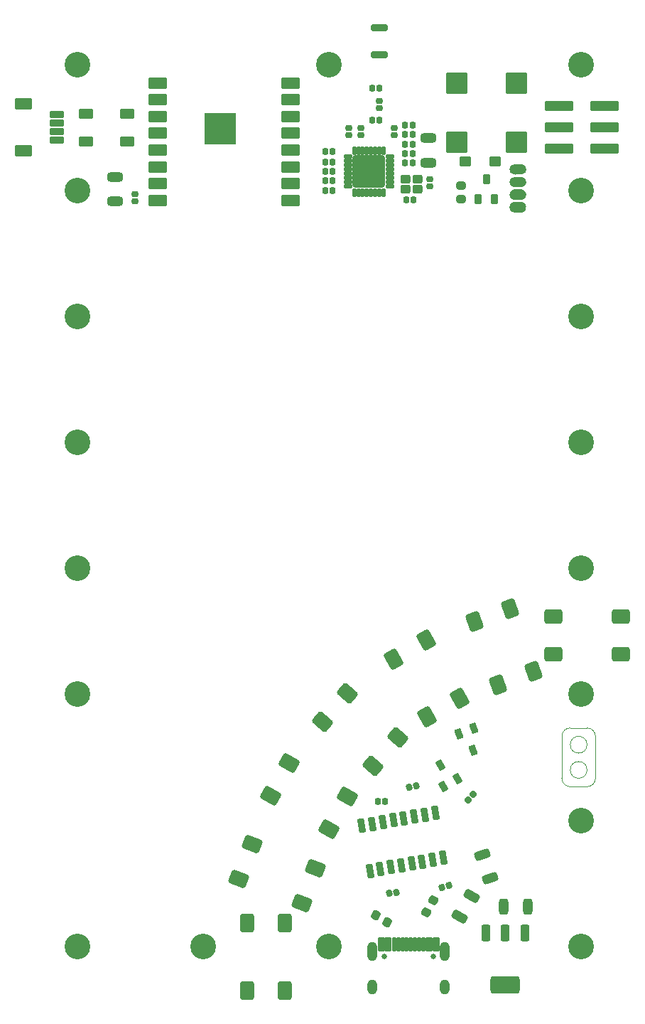
<source format=gbr>
%TF.GenerationSoftware,KiCad,Pcbnew,7.0.6-7.0.6~ubuntu22.04.1*%
%TF.CreationDate,2023-08-07T18:14:45+01:00*%
%TF.ProjectId,working,776f726b-696e-4672-9e6b-696361645f70,rev?*%
%TF.SameCoordinates,Original*%
%TF.FileFunction,Soldermask,Top*%
%TF.FilePolarity,Negative*%
%FSLAX46Y46*%
G04 Gerber Fmt 4.6, Leading zero omitted, Abs format (unit mm)*
G04 Created by KiCad (PCBNEW 7.0.6-7.0.6~ubuntu22.04.1) date 2023-08-07 18:14:45*
%MOMM*%
%LPD*%
G01*
G04 APERTURE LIST*
G04 Aperture macros list*
%AMRoundRect*
0 Rectangle with rounded corners*
0 $1 Rounding radius*
0 $2 $3 $4 $5 $6 $7 $8 $9 X,Y pos of 4 corners*
0 Add a 4 corners polygon primitive as box body*
4,1,4,$2,$3,$4,$5,$6,$7,$8,$9,$2,$3,0*
0 Add four circle primitives for the rounded corners*
1,1,$1+$1,$2,$3*
1,1,$1+$1,$4,$5*
1,1,$1+$1,$6,$7*
1,1,$1+$1,$8,$9*
0 Add four rect primitives between the rounded corners*
20,1,$1+$1,$2,$3,$4,$5,0*
20,1,$1+$1,$4,$5,$6,$7,0*
20,1,$1+$1,$6,$7,$8,$9,0*
20,1,$1+$1,$8,$9,$2,$3,0*%
G04 Aperture macros list end*
%ADD10C,0.100000*%
%ADD11C,3.050000*%
%ADD12RoundRect,0.303050X-0.263550X0.193550X-0.263550X-0.193550X0.263550X-0.193550X0.263550X0.193550X0*%
%ADD13RoundRect,0.303050X0.263550X-0.193550X0.263550X0.193550X-0.263550X0.193550X-0.263550X-0.193550X0*%
%ADD14RoundRect,0.331100X-0.658269X0.017963X-0.521992X-0.401453X0.658269X-0.017963X0.521992X0.401453X0*%
%ADD15RoundRect,0.331100X0.658269X-0.017963X0.521992X0.401453X-0.658269X0.017963X-0.521992X-0.401453X0*%
%ADD16RoundRect,0.326600X0.929331X-0.112223X-0.240469X0.904668X-0.929331X0.112223X0.240469X-0.904668X0*%
%ADD17RoundRect,0.242000X0.129600X0.159600X-0.129600X0.159600X-0.129600X-0.159600X0.129600X-0.159600X0*%
%ADD18RoundRect,0.242000X-0.129600X-0.159600X0.129600X-0.159600X0.129600X0.159600X-0.129600X0.159600X0*%
%ADD19RoundRect,0.242000X-0.159600X0.129600X-0.159600X-0.129600X0.159600X-0.129600X0.159600X0.129600X0*%
%ADD20RoundRect,0.242000X0.159600X-0.129600X0.159600X0.129600X-0.159600X0.129600X-0.159600X-0.129600X0*%
%ADD21C,0.650000*%
%ADD22RoundRect,0.101600X-0.150000X-0.725000X0.150000X-0.725000X0.150000X0.725000X-0.150000X0.725000X0*%
%ADD23RoundRect,0.101600X-0.300000X-0.725000X0.300000X-0.725000X0.300000X0.725000X-0.300000X0.725000X0*%
%ADD24RoundRect,0.601600X0.000000X-0.550000X0.000000X0.550000X0.000000X0.550000X0.000000X-0.550000X0*%
%ADD25RoundRect,0.601600X0.000000X-0.300000X0.000000X0.300000X0.000000X0.300000X0.000000X-0.300000X0*%
%ADD26RoundRect,0.331100X-0.620500X0.220500X-0.620500X-0.220500X0.620500X-0.220500X0.620500X0.220500X0*%
%ADD27RoundRect,0.331100X0.620500X-0.220500X0.620500X0.220500X-0.620500X0.220500X-0.620500X-0.220500X0*%
%ADD28RoundRect,0.221600X-0.880000X-0.480000X0.880000X-0.480000X0.880000X0.480000X-0.880000X0.480000X0*%
%ADD29RoundRect,0.101600X-1.800000X-1.800000X1.800000X-1.800000X1.800000X1.800000X-1.800000X1.800000X0*%
%ADD30RoundRect,0.242000X-0.099917X-0.179680X0.155345X-0.134671X0.099917X0.179680X-0.155345X0.134671X0*%
%ADD31RoundRect,0.242000X0.099917X0.179680X-0.155345X0.134671X-0.099917X-0.179680X0.155345X-0.134671X0*%
%ADD32RoundRect,0.101600X0.600000X-0.450000X0.600000X0.450000X-0.600000X0.450000X-0.600000X-0.450000X0*%
%ADD33RoundRect,0.161600X-0.840000X-0.240000X0.840000X-0.240000X0.840000X0.240000X-0.840000X0.240000X0*%
%ADD34RoundRect,0.326600X0.933670X0.067163X-0.408670X0.842163X-0.933670X-0.067163X0.408670X-0.842163X0*%
%ADD35RoundRect,0.101600X-0.750000X-0.450000X0.750000X-0.450000X0.750000X0.450000X-0.750000X0.450000X0*%
%ADD36RoundRect,0.326600X0.525000X-0.775000X0.525000X0.775000X-0.525000X0.775000X-0.525000X-0.775000X0*%
%ADD37RoundRect,0.242000X-0.038955X0.201868X-0.205566X0.003310X0.038955X-0.201868X0.205566X-0.003310X0*%
%ADD38RoundRect,0.242000X0.038955X-0.201868X0.205566X-0.003310X-0.038955X0.201868X-0.205566X0.003310X0*%
%ADD39RoundRect,0.101600X0.509808X-0.283013X0.009808X0.583013X-0.509808X0.283013X-0.009808X-0.583013X0*%
%ADD40RoundRect,0.331100X-0.427119X0.501209X-0.647619X0.119291X0.427119X-0.501209X0.647619X-0.119291X0*%
%ADD41RoundRect,0.331100X0.427119X-0.501209X0.647619X-0.119291X-0.427119X0.501209X-0.647619X0.119291X0*%
%ADD42RoundRect,0.131600X-0.120000X0.370000X-0.120000X-0.370000X0.120000X-0.370000X0.120000X0.370000X0*%
%ADD43RoundRect,0.131600X-0.370000X-0.120000X0.370000X-0.120000X0.370000X0.120000X-0.370000X0.120000X0*%
%ADD44RoundRect,0.476600X-1.500000X-1.500000X1.500000X-1.500000X1.500000X1.500000X-1.500000X1.500000X0*%
%ADD45RoundRect,0.242000X-0.067198X-0.194301X0.176371X-0.105649X0.067198X0.194301X-0.176371X0.105649X0*%
%ADD46RoundRect,0.242000X0.067198X0.194301X-0.176371X0.105649X-0.067198X-0.194301X0.176371X-0.105649X0*%
%ADD47RoundRect,0.193040X-0.093677X-0.697422X0.326560X-0.623323X0.093677X0.697422X-0.326560X0.623323X0*%
%ADD48RoundRect,0.326600X-0.775000X-0.525000X0.775000X-0.525000X0.775000X0.525000X-0.775000X0.525000X0*%
%ADD49RoundRect,0.101600X1.150000X-1.150000X1.150000X1.150000X-1.150000X1.150000X-1.150000X-1.150000X0*%
%ADD50RoundRect,0.101600X-0.452918X0.367240X-0.110898X-0.572452X0.452918X-0.367240X0.110898X0.572452X0*%
%ADD51RoundRect,0.331100X0.220500X0.620500X-0.220500X0.620500X-0.220500X-0.620500X0.220500X-0.620500X0*%
%ADD52RoundRect,0.331100X-0.220500X-0.620500X0.220500X-0.620500X0.220500X0.620500X-0.220500X0.620500X0*%
%ADD53RoundRect,0.326600X0.758404X-0.548701X0.228273X0.907822X-0.758404X0.548701X-0.228273X-0.907822X0*%
%ADD54RoundRect,0.326600X0.911668X0.212395X-0.535382X0.767865X-0.911668X-0.212395X0.535382X-0.767865X0*%
%ADD55RoundRect,0.234950X0.311150X0.749300X-0.311150X0.749300X-0.311150X-0.749300X0.311150X-0.749300X0*%
%ADD56RoundRect,0.387350X-1.365250X0.666750X-1.365250X-0.666750X1.365250X-0.666750X1.365250X0.666750X0*%
%ADD57RoundRect,0.101600X-1.550000X-0.500000X1.550000X-0.500000X1.550000X0.500000X-1.550000X0.500000X0*%
%ADD58RoundRect,0.326600X0.842163X-0.408670X0.067163X0.933670X-0.842163X0.408670X-0.067163X-0.933670X0*%
%ADD59RoundRect,0.207850X0.368750X0.318750X-0.368750X0.318750X-0.368750X-0.318750X0.368750X-0.318750X0*%
%ADD60RoundRect,0.101600X0.300000X-0.500000X0.300000X0.500000X-0.300000X0.500000X-0.300000X-0.500000X0*%
%ADD61RoundRect,0.101600X-0.775000X-0.300000X0.775000X-0.300000X0.775000X0.300000X-0.775000X0.300000X0*%
%ADD62RoundRect,0.101600X-0.900000X-0.600000X0.900000X-0.600000X0.900000X0.600000X-0.900000X0.600000X0*%
%ADD63RoundRect,0.303050X0.131466X-0.299394X0.325016X0.035844X-0.131466X0.299394X-0.325016X-0.035844X0*%
%ADD64RoundRect,0.303050X-0.131466X0.299394X-0.325016X-0.035844X0.131466X-0.299394X0.325016X0.035844X0*%
%ADD65RoundRect,0.303050X0.299394X0.131466X-0.035844X0.325016X-0.299394X-0.131466X0.035844X-0.325016X0*%
%ADD66RoundRect,0.303050X-0.299394X-0.131466X0.035844X-0.325016X0.299394X0.131466X-0.035844X0.325016X0*%
G04 APERTURE END LIST*
D10*
X179251100Y-131503600D02*
X177251100Y-131503600D01*
X177251100Y-138503600D02*
X179251100Y-138503600D01*
X176251100Y-132503600D02*
X176251100Y-137503600D01*
X176251100Y-137503600D02*
G75*
G03*
X177251100Y-138503600I1000000J0D01*
G01*
X179251100Y-138503600D02*
G75*
G03*
X180251100Y-137503600I0J1000000D01*
G01*
X179251100Y-136503600D02*
G75*
G03*
X179251100Y-136503600I-1000000J0D01*
G01*
X180251100Y-132503600D02*
G75*
G03*
X179251100Y-131503600I-1000000J0D01*
G01*
X177251100Y-131503600D02*
G75*
G03*
X176251100Y-132503600I0J-1000000D01*
G01*
X179251100Y-133503600D02*
G75*
G03*
X179251100Y-133503600I-1000000J0D01*
G01*
X180251100Y-137503600D02*
X180251100Y-132503600D01*
%TO.C,SJ3*%
G36*
X170975700Y-68613200D02*
G01*
X170715260Y-68613200D01*
X170714389Y-68626490D01*
X170613442Y-68613200D01*
X170518500Y-68613200D01*
X170518500Y-68600700D01*
X170462098Y-68593275D01*
X170314863Y-68532288D01*
X170188429Y-68435272D01*
X170087253Y-68303417D01*
X170032807Y-68100221D01*
X169997211Y-68097889D01*
X170030424Y-67845598D01*
X170091412Y-67698362D01*
X170188427Y-67571928D01*
X170320283Y-67470752D01*
X170606724Y-67394000D01*
X170975700Y-67394000D01*
X170975700Y-68613200D01*
G37*
G36*
X171388758Y-67394000D02*
G01*
X171483700Y-67394000D01*
X171483700Y-67406500D01*
X171540102Y-67413925D01*
X171687337Y-67474912D01*
X171813771Y-67571928D01*
X171910787Y-67698362D01*
X171971774Y-67845597D01*
X171979946Y-67907670D01*
X172004989Y-67909311D01*
X171992576Y-68003598D01*
X172004991Y-68097887D01*
X171979947Y-68099528D01*
X171971776Y-68161602D01*
X171910788Y-68308838D01*
X171813773Y-68435272D01*
X171687338Y-68532288D01*
X171540103Y-68593276D01*
X171395361Y-68612331D01*
X171382100Y-68613200D01*
X171026500Y-68613200D01*
X171026500Y-67394000D01*
X171286940Y-67394000D01*
X171287811Y-67380710D01*
X171388758Y-67394000D01*
G37*
%TO.C,SJ4*%
G36*
X171388758Y-68894000D02*
G01*
X171483700Y-68894000D01*
X171483700Y-68906500D01*
X171540102Y-68913925D01*
X171687337Y-68974912D01*
X171813771Y-69071928D01*
X171914947Y-69203783D01*
X171969393Y-69406979D01*
X172004989Y-69409311D01*
X171971776Y-69661602D01*
X171910788Y-69808838D01*
X171813773Y-69935272D01*
X171681917Y-70036448D01*
X171395476Y-70113200D01*
X171026500Y-70113200D01*
X171026500Y-68894000D01*
X171286940Y-68894000D01*
X171287811Y-68880710D01*
X171388758Y-68894000D01*
G37*
G36*
X170975700Y-70113200D02*
G01*
X170715260Y-70113200D01*
X170714389Y-70126490D01*
X170613442Y-70113200D01*
X170518500Y-70113200D01*
X170518500Y-70100700D01*
X170462098Y-70093275D01*
X170314863Y-70032288D01*
X170188429Y-69935272D01*
X170091413Y-69808838D01*
X170030426Y-69661603D01*
X170022254Y-69599530D01*
X169997211Y-69597889D01*
X170009624Y-69503602D01*
X169997209Y-69409313D01*
X170022253Y-69407672D01*
X170030424Y-69345598D01*
X170091412Y-69198362D01*
X170188427Y-69071928D01*
X170314862Y-68974912D01*
X170462097Y-68913924D01*
X170606839Y-68894869D01*
X170620100Y-68894000D01*
X170975700Y-68894000D01*
X170975700Y-70113200D01*
G37*
%TO.C,SJ1*%
G36*
X170975700Y-65613200D02*
G01*
X170715260Y-65613200D01*
X170714389Y-65626490D01*
X170613442Y-65613200D01*
X170518500Y-65613200D01*
X170518500Y-65600700D01*
X170462098Y-65593275D01*
X170314863Y-65532288D01*
X170188429Y-65435272D01*
X170087253Y-65303417D01*
X170032807Y-65100221D01*
X169997211Y-65097889D01*
X170030424Y-64845598D01*
X170091412Y-64698362D01*
X170188427Y-64571928D01*
X170320283Y-64470752D01*
X170606724Y-64394000D01*
X170975700Y-64394000D01*
X170975700Y-65613200D01*
G37*
G36*
X171388758Y-64394000D02*
G01*
X171483700Y-64394000D01*
X171483700Y-64406500D01*
X171540102Y-64413925D01*
X171687337Y-64474912D01*
X171813771Y-64571928D01*
X171910787Y-64698362D01*
X171971774Y-64845597D01*
X171979946Y-64907670D01*
X172004989Y-64909311D01*
X171992576Y-65003598D01*
X172004991Y-65097887D01*
X171979947Y-65099528D01*
X171971776Y-65161602D01*
X171910788Y-65308838D01*
X171813773Y-65435272D01*
X171687338Y-65532288D01*
X171540103Y-65593276D01*
X171395361Y-65612331D01*
X171382100Y-65613200D01*
X171026500Y-65613200D01*
X171026500Y-64394000D01*
X171286940Y-64394000D01*
X171287811Y-64380710D01*
X171388758Y-64394000D01*
G37*
%TO.C,SJ2*%
G36*
X170975700Y-67113200D02*
G01*
X170715260Y-67113200D01*
X170714389Y-67126490D01*
X170613442Y-67113200D01*
X170518500Y-67113200D01*
X170518500Y-67100700D01*
X170462098Y-67093275D01*
X170314863Y-67032288D01*
X170188429Y-66935272D01*
X170087253Y-66803417D01*
X170032807Y-66600221D01*
X169997211Y-66597889D01*
X170030424Y-66345598D01*
X170091412Y-66198362D01*
X170188427Y-66071928D01*
X170320283Y-65970752D01*
X170606724Y-65894000D01*
X170975700Y-65894000D01*
X170975700Y-67113200D01*
G37*
G36*
X171388758Y-65894000D02*
G01*
X171483700Y-65894000D01*
X171483700Y-65906500D01*
X171540102Y-65913925D01*
X171687337Y-65974912D01*
X171813771Y-66071928D01*
X171910787Y-66198362D01*
X171971774Y-66345597D01*
X171979946Y-66407670D01*
X172004989Y-66409311D01*
X171992576Y-66503598D01*
X172004991Y-66597887D01*
X171979947Y-66599528D01*
X171971776Y-66661602D01*
X171910788Y-66808838D01*
X171813773Y-66935272D01*
X171687338Y-67032288D01*
X171540103Y-67093276D01*
X171395361Y-67112331D01*
X171382100Y-67113200D01*
X171026500Y-67113200D01*
X171026500Y-65894000D01*
X171286940Y-65894000D01*
X171287811Y-65880710D01*
X171388758Y-65894000D01*
G37*
%TD*%
D11*
%TO.C,@HOLE8*%
X118501100Y-52503600D03*
%TD*%
D12*
%TO.C,R1*%
X164251100Y-68573600D03*
D13*
X164251100Y-66933600D03*
%TD*%
D14*
%TO.C,C3*%
X167699175Y-149382632D03*
D15*
X166803025Y-146624568D03*
%TD*%
D11*
%TO.C,@HOLE4*%
X178501100Y-142503600D03*
%TD*%
D16*
%TO.C,SW4*%
X153743806Y-136025933D03*
X147706129Y-130777460D03*
X156696071Y-132629740D03*
X150658394Y-127381267D03*
%TD*%
D17*
%TO.C,C5*%
X154321100Y-140253600D03*
D18*
X155181100Y-140253600D03*
%TD*%
D11*
%TO.C,@HOLE6*%
X178501100Y-67503600D03*
%TD*%
D19*
%TO.C,C19*%
X125376100Y-68808600D03*
D20*
X125376100Y-67948600D03*
%TD*%
D11*
%TO.C,@HOLE2*%
X148501100Y-157503600D03*
%TD*%
D21*
%TO.C,CON1*%
X155111100Y-158693600D03*
X160891100Y-158693600D03*
D22*
X156751100Y-157248600D03*
X159751100Y-157248600D03*
X158251100Y-157248600D03*
X157251100Y-157248600D03*
X157751100Y-157248600D03*
X158751100Y-157248600D03*
D23*
X154751100Y-157248600D03*
X161251100Y-157248600D03*
D24*
X162321100Y-158163600D03*
X153681100Y-158163600D03*
D25*
X153681100Y-162343600D03*
X162321100Y-162343600D03*
D22*
X159251100Y-157248600D03*
X156251100Y-157248600D03*
D23*
X155551100Y-157248600D03*
X160451100Y-157248600D03*
%TD*%
D26*
%TO.C,C10*%
X160376100Y-64203600D03*
D27*
X160376100Y-61303600D03*
%TD*%
D11*
%TO.C,@HOLE17*%
X148501100Y-52503600D03*
%TD*%
D28*
%TO.C,MOD1*%
X128101100Y-56703600D03*
X128101100Y-58703600D03*
D29*
X135501100Y-60203600D03*
D28*
X143901100Y-68703600D03*
X143901100Y-62703600D03*
X143901100Y-64703600D03*
X143901100Y-60703600D03*
X143901100Y-58703600D03*
X128101100Y-64703600D03*
X128101100Y-66703600D03*
X128101100Y-62703600D03*
X143901100Y-66703600D03*
X128101100Y-60703600D03*
X128101100Y-54703600D03*
X143901100Y-56703600D03*
X143901100Y-54703600D03*
X128101100Y-68703600D03*
%TD*%
D30*
%TO.C,R5*%
X158924567Y-138428931D03*
D31*
X158077633Y-138578269D03*
%TD*%
D32*
%TO.C,D1*%
X164726100Y-64066100D03*
X168276100Y-64066100D03*
%TD*%
D33*
%TO.C,ANT1*%
X154501100Y-51353600D03*
X154501100Y-48153600D03*
%TD*%
D11*
%TO.C,@HOLE10*%
X118501100Y-127503600D03*
%TD*%
D34*
%TO.C,SW3*%
X148460202Y-143572157D03*
X141531998Y-139572157D03*
X150710202Y-139675043D03*
X143781998Y-135675043D03*
%TD*%
D19*
%TO.C,C7*%
X160501100Y-67058600D03*
D20*
X160501100Y-66198600D03*
%TD*%
D35*
%TO.C,LED1*%
X119551100Y-58353600D03*
X119551100Y-61653600D03*
X124451100Y-61653600D03*
X124451100Y-58353600D03*
%TD*%
D17*
%TO.C,C17*%
X148071100Y-67503600D03*
D18*
X148931100Y-67503600D03*
%TD*%
%TO.C,C15*%
X158431100Y-64253600D03*
D17*
X157571100Y-64253600D03*
%TD*%
D11*
%TO.C,@HOLE15*%
X118501100Y-97503600D03*
%TD*%
D36*
%TO.C,SW1*%
X138751100Y-162753600D03*
X138751100Y-154753600D03*
X143251100Y-162753600D03*
X143251100Y-154753600D03*
%TD*%
D11*
%TO.C,@HOLE13*%
X178501100Y-112503600D03*
%TD*%
D37*
%TO.C,R4*%
X165099701Y-140082999D03*
D38*
X165652499Y-139424201D03*
%TD*%
D11*
%TO.C,@HOLE1*%
X133501100Y-157503600D03*
%TD*%
D18*
%TO.C,C14*%
X158431100Y-63128600D03*
D17*
X157571100Y-63128600D03*
%TD*%
D39*
%TO.C,Q1*%
X162149046Y-138520330D03*
X163803154Y-137565330D03*
X161776100Y-135964370D03*
%TD*%
D11*
%TO.C,@HOLE14*%
X118501100Y-82503600D03*
%TD*%
D40*
%TO.C,C1*%
X164026100Y-154009337D03*
D41*
X165476100Y-151497863D03*
%TD*%
D17*
%TO.C,C9*%
X153641100Y-59128600D03*
D18*
X154501100Y-59128600D03*
%TD*%
D42*
%TO.C,IC3*%
X155001100Y-62753600D03*
X154501100Y-62753600D03*
X154001100Y-62753600D03*
X153501100Y-62753600D03*
X153001100Y-62753600D03*
X152501100Y-62753600D03*
X152001100Y-62753600D03*
X151501100Y-62753600D03*
D43*
X150751100Y-63503600D03*
X150751100Y-64003600D03*
X150751100Y-64503600D03*
X150751100Y-65003600D03*
X150751100Y-65503600D03*
X150751100Y-66003600D03*
X150751100Y-66503600D03*
X150751100Y-67003600D03*
D42*
X151501100Y-67753600D03*
X152001100Y-67753600D03*
X152501100Y-67753600D03*
X153001100Y-67753600D03*
X153501100Y-67753600D03*
X154001100Y-67753600D03*
X154501100Y-67753600D03*
X155001100Y-67753600D03*
D43*
X155751100Y-67003600D03*
X155751100Y-66503600D03*
X155751100Y-66003600D03*
X155751100Y-65503600D03*
X155751100Y-65003600D03*
X155751100Y-64503600D03*
X155751100Y-64003600D03*
X155751100Y-63503600D03*
D44*
X153251100Y-65253600D03*
%TD*%
D45*
%TO.C,C4*%
X162780168Y-150231531D03*
D46*
X161972032Y-150525669D03*
%TD*%
D31*
%TO.C,C6*%
X155702633Y-151203269D03*
D30*
X156549567Y-151053931D03*
%TD*%
D47*
%TO.C,IC1*%
X153358803Y-148527019D03*
X154609508Y-148306486D03*
X155860214Y-148085953D03*
X157110920Y-147865419D03*
X158361626Y-147644886D03*
X159612332Y-147424353D03*
X160863038Y-147203820D03*
X162113743Y-146983287D03*
X161165451Y-141605252D03*
X159914745Y-141825785D03*
X158664039Y-142046318D03*
X157413333Y-142266851D03*
X156162627Y-142487384D03*
X154911922Y-142707918D03*
X153661216Y-142928451D03*
X152410510Y-143148984D03*
%TD*%
D48*
%TO.C,SW7*%
X175251100Y-118253600D03*
X183251100Y-118253600D03*
X175251100Y-122753600D03*
X183251100Y-122753600D03*
%TD*%
D49*
%TO.C,P1*%
X163701100Y-61803600D03*
X170801100Y-61803600D03*
X163701100Y-54703600D03*
X170801100Y-54703600D03*
%TD*%
D50*
%TO.C,Q2*%
X165738082Y-131549340D03*
X163943269Y-132202598D03*
X165661524Y-134131231D03*
%TD*%
D51*
%TO.C,C2*%
X169301100Y-152753600D03*
D52*
X172201100Y-152753600D03*
%TD*%
D11*
%TO.C,@HOLE5*%
X178501100Y-127503600D03*
%TD*%
D20*
%TO.C,R7*%
X150876100Y-60073600D03*
D19*
X150876100Y-60933600D03*
%TD*%
D17*
%TO.C,R9*%
X148071100Y-65253600D03*
D18*
X148931100Y-65253600D03*
%TD*%
%TO.C,C20*%
X158431100Y-60878600D03*
D17*
X157571100Y-60878600D03*
%TD*%
D11*
%TO.C,@HOLE9*%
X118501100Y-67503600D03*
%TD*%
D53*
%TO.C,SW6*%
X168604872Y-126331916D03*
X165868711Y-118814375D03*
X172833489Y-124792825D03*
X170097328Y-117275284D03*
%TD*%
D11*
%TO.C,@HOLE0*%
X118501100Y-157503600D03*
%TD*%
D54*
%TO.C,SW2*%
X145229094Y-152387628D03*
X137760450Y-149520684D03*
X146841750Y-148186516D03*
X139373106Y-145319572D03*
%TD*%
D17*
%TO.C,R10*%
X148071100Y-64128600D03*
D18*
X148931100Y-64128600D03*
%TD*%
D20*
%TO.C,L1*%
X154501100Y-56823600D03*
D19*
X154501100Y-57683600D03*
%TD*%
D17*
%TO.C,R6*%
X157571100Y-62003600D03*
D18*
X158431100Y-62003600D03*
%TD*%
D11*
%TO.C,@HOLE3*%
X178501100Y-157503600D03*
%TD*%
%TO.C,@HOLE7*%
X178501100Y-52503600D03*
%TD*%
D55*
%TO.C,IC2*%
X171812500Y-155885750D03*
X169501100Y-155885750D03*
X167189700Y-155885750D03*
D56*
X169501100Y-162127800D03*
%TD*%
D20*
%TO.C,C12*%
X156251100Y-60073600D03*
D19*
X156251100Y-60933600D03*
%TD*%
D18*
%TO.C,C11*%
X158556100Y-68628600D03*
D17*
X157696100Y-68628600D03*
%TD*%
D26*
%TO.C,C18*%
X123001100Y-68828600D03*
D27*
X123001100Y-65928600D03*
%TD*%
D57*
%TO.C,J1*%
X175926100Y-57463600D03*
X181326100Y-57463600D03*
X175926100Y-60003600D03*
X181326100Y-60003600D03*
X175926100Y-62543600D03*
X181326100Y-62543600D03*
%TD*%
D11*
%TO.C,@HOLE16*%
X118501100Y-112503600D03*
%TD*%
D17*
%TO.C,C8*%
X153641100Y-55378600D03*
D18*
X154501100Y-55378600D03*
%TD*%
D58*
%TO.C,SW5*%
X160182543Y-130212702D03*
X156182543Y-123284498D03*
X164079657Y-127962702D03*
X160079657Y-121034498D03*
%TD*%
D17*
%TO.C,R11*%
X157571100Y-59753600D03*
D18*
X158431100Y-59753600D03*
%TD*%
D11*
%TO.C,@HOLE11*%
X178501100Y-82503600D03*
%TD*%
D17*
%TO.C,R8*%
X148071100Y-66378600D03*
D18*
X148931100Y-66378600D03*
%TD*%
D11*
%TO.C,@HOLE12*%
X178501100Y-97503600D03*
%TD*%
D20*
%TO.C,C13*%
X152251100Y-60073600D03*
D19*
X152251100Y-60933600D03*
%TD*%
D59*
%TO.C,XT1*%
X159101100Y-66178600D03*
X157651100Y-66178600D03*
X157651100Y-67328600D03*
X159101100Y-67328600D03*
%TD*%
D60*
%TO.C,Q3*%
X166296100Y-68578600D03*
X168206100Y-68578600D03*
X167251100Y-66178600D03*
%TD*%
D61*
%TO.C,CON2*%
X116015100Y-58503600D03*
X116015100Y-59503600D03*
X116015100Y-60503600D03*
X116015100Y-61503600D03*
D62*
X112115100Y-57203600D03*
X112115100Y-62803600D03*
%TD*%
D63*
%TO.C,R2*%
X160911100Y-152043459D03*
D64*
X160091100Y-153463741D03*
%TD*%
D65*
%TO.C,R3*%
X154040959Y-153843600D03*
D66*
X155461241Y-154663600D03*
%TD*%
D17*
%TO.C,C16*%
X148071100Y-62878600D03*
D18*
X148931100Y-62878600D03*
%TD*%
M02*

</source>
